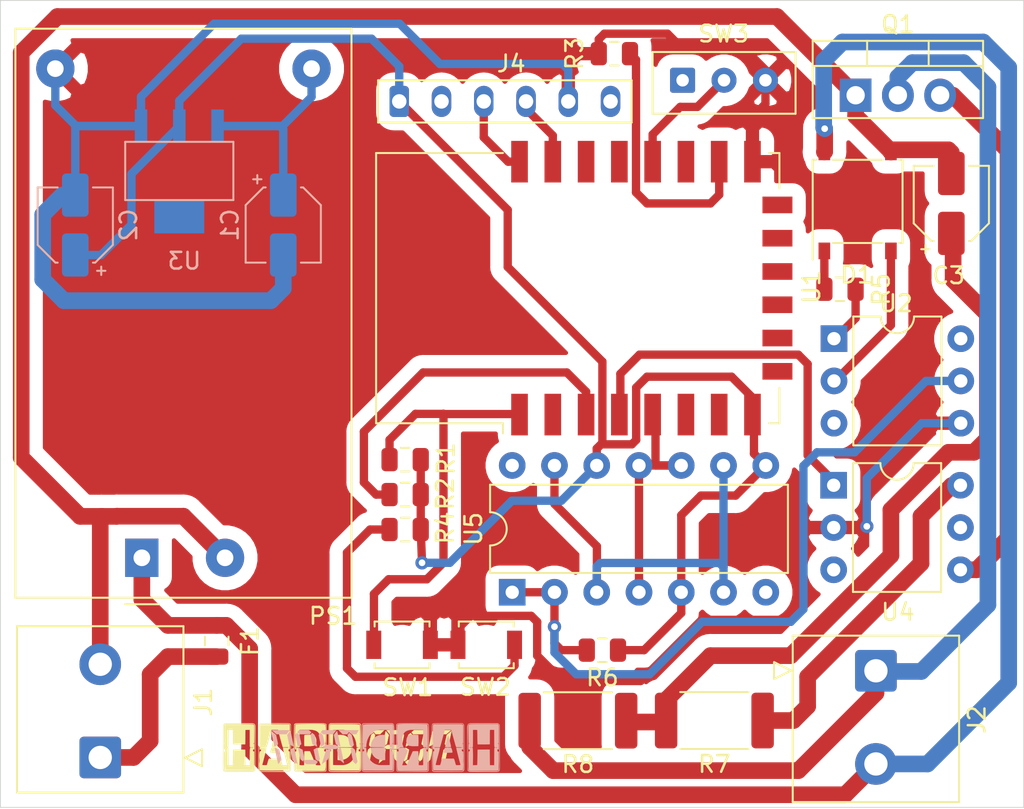
<source format=kicad_pcb>
(kicad_pcb (version 20171130) (host pcbnew "(5.1.5)-3")
  (layers (0 F.Cu signal) (31 B.Cu signal) (34 B.Paste user) (35 F.Paste user) (36 B.SilkS user) (37 F.SilkS user) (38 B.Mask user) (39 F.Mask user) (44 Edge.Cuts user))
  (net 0 "")
  (net 1 GND)
  (net 2 "Net-(C1-Pad1)")
  (net 3 +3V3)
  (net 4 Neutro)
  (net 5 "Net-(C3-Pad1)")
  (net 6 Fusivel)
  (net 7 "Net-(D1-Pad2)")
  (net 8 "Net-(D1-Pad1)")
  (net 9 Fase)
  (net 10 "Net-(J4-Pad2)")
  (net 11 Tx)
  (net 12 Rx)
  (net 13 "Net-(J4-Pad6)")
  (net 14 "Net-(Q1-Pad3)")
  (net 15 Rst)
  (net 16 EN)
  (net 17 Gpio15)
  (net 18 Gpio16)
  (net 19 "Net-(R5-Pad2)")
  (net 20 ZeroCrossing)
  (net 21 "Net-(R7-Pad1)")
  (net 22 "Net-(SW3-Pad1)")
  (net 23 Gpio0)
  (net 24 "Net-(U1-Pad20)")
  (net 25 "Net-(U1-Pad19)")
  (net 26 "Net-(U1-Pad17)")
  (net 27 "Net-(U1-Pad14)")
  (net 28 "Net-(U1-Pad13)")
  (net 29 "Net-(U1-Pad12)")
  (net 30 "Net-(U1-Pad11)")
  (net 31 "Net-(U1-Pad10)")
  (net 32 "Net-(U1-Pad9)")
  (net 33 "Net-(U1-Pad7)")
  (net 34 Gpio12)
  (net 35 InputZeroCrossing)
  (net 36 Triac_control)
  (net 37 "Net-(U1-Pad2)")
  (net 38 "Net-(U2-Pad6)")
  (net 39 "Net-(U2-Pad3)")
  (net 40 Vdd)
  (net 41 "Net-(U5-Pad13)")
  (net 42 Vss)
  (net 43 "Net-(U4-Pad3)")
  (net 44 "Net-(U4-Pad5)")
  (net 45 "Net-(J2-Pad1)")
  (module Logo:hardtron (layer B.Cu) (at 39.07 61.39 180)
    (fp_text reference G*** hide)
    (fp_text value LOGO hide)
  )
  (module Logo:hardtron (layer F.Cu) (at 36.32 61.39)
    (fp_text reference G*** hide)
    (fp_text value LOGO hide)
  )
  (module Package_DIP:DIP-6_W7.62mm (layer F.Cu) (at 66.08 45.64)
    (fp_text reference U4 (at 3.86 7.62) (layer F.SilkS))
    (fp_text value MOC3020M)
    (pad 6 thru_hole oval (at 7.62 0) (size 1.6 1.6) (drill 0.8) (layers *.Cu *.Mask) (net 21 "Net-(R7-Pad1)"))
    (pad 3 thru_hole oval (at 0 5.08) (size 1.6 1.6) (drill 0.8) (layers *.Cu *.Mask) (net 43 "Net-(U4-Pad3)"))
    (pad 5 thru_hole oval (at 7.62 2.54) (size 1.6 1.6) (drill 0.8) (layers *.Cu *.Mask) (net 44 "Net-(U4-Pad5)"))
    (pad 2 thru_hole oval (at 0 2.54) (size 1.6 1.6) (drill 0.8) (layers *.Cu *.Mask) (net 1 GND))
    (pad 4 thru_hole oval (at 7.62 5.08) (size 1.6 1.6) (drill 0.8) (layers *.Cu *.Mask) (net 14 "Net-(Q1-Pad3)"))
    (pad 1 thru_hole rect (at 0 0) (size 1.6 1.6) (drill 0.8) (layers *.Cu *.Mask) (net 36 Triac_control))
  )
  (module Connector_TE-Connectivity:Tblock10x10mm (layer F.Cu) (at 73.62 54.29 270)
    (fp_text reference J2 (at 5.4356 -1.0668 90) (layer F.SilkS))
    (fp_text value 300V/10A)
    (pad 1 thru_hole roundrect (at 2.5 5 270) (size 2.5 2.5) (drill 1.4) (layers *.Cu *.Mask) (roundrect_rratio 0.104) (net 45 "Net-(J2-Pad1)"))
    (pad 2 thru_hole circle (at 8.1 5 270) (size 2.5 2.5) (drill 1.4) (layers *.Cu *.Mask) (net 6 Fusivel))
  )
  (module Resistor_SMD:R_2512_6332Metric (layer F.Cu) (at 50.71 59.79 180)
    (fp_text reference R8 (at 0 -2.62) (layer F.SilkS))
    (fp_text value 2.7k)
    (pad 2 smd roundrect (at 2.9 0 180) (size 1.35 3.35) (layers F.Cu F.Paste F.Mask) (roundrect_rratio 0.185185) (net 45 "Net-(J2-Pad1)"))
    (pad 1 smd roundrect (at -2.9 0 180) (size 1.35 3.35) (layers F.Cu F.Paste F.Mask) (roundrect_rratio 0.185185) (net 5 "Net-(C3-Pad1)"))
  )
  (module Resistor_SMD:R_2512_6332Metric (layer F.Cu) (at 58.91 59.78 180)
    (fp_text reference R7 (at 0 -2.62) (layer F.SilkS))
    (fp_text value 200)
    (pad 2 smd roundrect (at 2.9 0 180) (size 1.35 3.35) (layers F.Cu F.Paste F.Mask) (roundrect_rratio 0.185185) (net 5 "Net-(C3-Pad1)"))
    (pad 1 smd roundrect (at -2.9 0 180) (size 1.35 3.35) (layers F.Cu F.Paste F.Mask) (roundrect_rratio 0.185185) (net 21 "Net-(R7-Pad1)"))
  )
  (module Package_DIP:DIP-14_W7.62mm (layer F.Cu) (at 46.76 52.07 90)
    (fp_text reference U5 (at 3.81 -2.33 90) (layer F.SilkS))
    (fp_text value 4093)
    (pad 14 thru_hole oval (at 7.62 0 90) (size 1.6 1.6) (drill 0.8) (layers *.Cu *.Mask) (net 40 Vdd))
    (pad 7 thru_hole oval (at 0 15.24 90) (size 1.6 1.6) (drill 0.8) (layers *.Cu *.Mask) (net 42 Vss))
    (pad 13 thru_hole oval (at 7.62 2.54 90) (size 1.6 1.6) (drill 0.8) (layers *.Cu *.Mask) (net 41 "Net-(U5-Pad13)"))
    (pad 6 thru_hole oval (at 0 12.7 90) (size 1.6 1.6) (drill 0.8) (layers *.Cu *.Mask) (net 41 "Net-(U5-Pad13)"))
    (pad 12 thru_hole oval (at 7.62 5.08 90) (size 1.6 1.6) (drill 0.8) (layers *.Cu *.Mask) (net 3 +3V3))
    (pad 5 thru_hole oval (at 0 10.16 90) (size 1.6 1.6) (drill 0.8) (layers *.Cu *.Mask) (net 3 +3V3))
    (pad 11 thru_hole oval (at 7.62 7.62 90) (size 1.6 1.6) (drill 0.8) (layers *.Cu *.Mask) (net 35 InputZeroCrossing))
    (pad 4 thru_hole oval (at 0 7.62 90) (size 1.6 1.6) (drill 0.8) (layers *.Cu *.Mask) (net 35 InputZeroCrossing))
    (pad 10 thru_hole oval (at 7.62 10.16 90) (size 1.6 1.6) (drill 0.8) (layers *.Cu *.Mask) (net 35 InputZeroCrossing))
    (pad 3 thru_hole oval (at 0 5.08 90) (size 1.6 1.6) (drill 0.8) (layers *.Cu *.Mask) (net 41 "Net-(U5-Pad13)"))
    (pad 9 thru_hole oval (at 7.62 12.7 90) (size 1.6 1.6) (drill 0.8) (layers *.Cu *.Mask) (net 41 "Net-(U5-Pad13)"))
    (pad 2 thru_hole oval (at 0 2.54 90) (size 1.6 1.6) (drill 0.8) (layers *.Cu *.Mask) (net 20 ZeroCrossing))
    (pad 8 thru_hole oval (at 7.62 15.24 90) (size 1.6 1.6) (drill 0.8) (layers *.Cu *.Mask) (net 3 +3V3))
    (pad 1 thru_hole rect (at 0 0 90) (size 1.6 1.6) (drill 0.8) (layers *.Cu *.Mask) (net 20 ZeroCrossing))
  )
  (module Package_DIP:R-PDSO-G4 (layer B.Cu) (at 23.5 28.5)
    (fp_text reference U3 (at 3.556 3.6576) (layer B.SilkS) (effects (justify mirror)))
    (fp_text value LM1117-3.3)
    (pad 4 smd rect (at 3.25 1) (size 3 2) (layers B.Cu B.Paste B.Mask))
    (pad 3 smd rect (at 5.55 -4.45) (size 0.75 2) (layers B.Cu B.Paste B.Mask) (net 2 "Net-(C1-Pad1)"))
    (pad 2 smd rect (at 3.25 -4.45) (size 0.75 2) (layers B.Cu B.Paste B.Mask) (net 3 +3V3))
    (pad 1 smd rect (at 0.95 -4.45) (size 0.75 2) (layers B.Cu B.Paste B.Mask) (net 1 GND))
  )
  (module Package_DIP:DIP-6_W7.62mm (layer F.Cu) (at 66.1 36.83)
    (fp_text reference U2 (at 3.73 -2.12) (layer F.SilkS))
    (fp_text value 4N25)
    (pad 6 thru_hole oval (at 7.62 0) (size 1.6 1.6) (drill 0.8) (layers *.Cu *.Mask) (net 38 "Net-(U2-Pad6)"))
    (pad 3 thru_hole oval (at 0 5.08) (size 1.6 1.6) (drill 0.8) (layers *.Cu *.Mask) (net 39 "Net-(U2-Pad3)"))
    (pad 5 thru_hole oval (at 7.62 2.54) (size 1.6 1.6) (drill 0.8) (layers *.Cu *.Mask) (net 20 ZeroCrossing))
    (pad 2 thru_hole oval (at 0 2.54) (size 1.6 1.6) (drill 0.8) (layers *.Cu *.Mask) (net 7 "Net-(D1-Pad2)"))
    (pad 4 thru_hole oval (at 7.62 5.08) (size 1.6 1.6) (drill 0.8) (layers *.Cu *.Mask) (net 1 GND))
    (pad 1 thru_hole rect (at 0 0) (size 1.6 1.6) (drill 0.8) (layers *.Cu *.Mask) (net 19 "Net-(R5-Pad2)"))
  )
  (module RF_Module:ESP-12E (layer F.Cu) (at 50.7 33.79182 90)
    (fp_text reference U1 (at 0.07182 14.05 90) (layer F.SilkS))
    (fp_text value ESP-12E)
    (pad 22 smd rect (at 7.6 -3.5 90) (size 2.5 1) (layers F.Cu F.Paste F.Mask) (net 11 Tx))
    (pad 21 smd rect (at 7.6 -1.5 90) (size 2.5 1) (layers F.Cu F.Paste F.Mask) (net 12 Rx))
    (pad 20 smd rect (at 7.6 0.5 90) (size 2.5 1) (layers F.Cu F.Paste F.Mask) (net 24 "Net-(U1-Pad20)"))
    (pad 19 smd rect (at 7.6 2.5 90) (size 2.5 1) (layers F.Cu F.Paste F.Mask) (net 25 "Net-(U1-Pad19)"))
    (pad 18 smd rect (at 7.6 4.5 90) (size 2.5 1) (layers F.Cu F.Paste F.Mask) (net 23 Gpio0))
    (pad 17 smd rect (at 7.6 6.5 90) (size 2.5 1) (layers F.Cu F.Paste F.Mask) (net 26 "Net-(U1-Pad17)"))
    (pad 16 smd rect (at 7.6 8.5 90) (size 2.5 1) (layers F.Cu F.Paste F.Mask) (net 17 Gpio15))
    (pad 15 smd rect (at 7.6 10.5 90) (size 2.5 1) (layers F.Cu F.Paste F.Mask) (net 1 GND))
    (pad 14 smd rect (at 5 12 90) (size 1 1.8) (layers F.Cu F.Paste F.Mask) (net 27 "Net-(U1-Pad14)"))
    (pad 13 smd rect (at 3 12 90) (size 1 1.8) (layers F.Cu F.Paste F.Mask) (net 28 "Net-(U1-Pad13)"))
    (pad 12 smd rect (at 1 12 90) (size 1 1.8) (layers F.Cu F.Paste F.Mask) (net 29 "Net-(U1-Pad12)"))
    (pad 11 smd rect (at -1 12 90) (size 1 1.8) (layers F.Cu F.Paste F.Mask) (net 30 "Net-(U1-Pad11)"))
    (pad 10 smd rect (at -3 12 90) (size 1 1.8) (layers F.Cu F.Paste F.Mask) (net 31 "Net-(U1-Pad10)"))
    (pad 9 smd rect (at -5 12 90) (size 1 1.8) (layers F.Cu F.Paste F.Mask) (net 32 "Net-(U1-Pad9)"))
    (pad 8 smd rect (at -7.6 10.5 90) (size 2.5 1) (layers F.Cu F.Paste F.Mask) (net 3 +3V3))
    (pad 7 smd rect (at -7.6 8.5 90) (size 2.5 1) (layers F.Cu F.Paste F.Mask) (net 33 "Net-(U1-Pad7)"))
    (pad 6 smd rect (at -7.6 6.5 90) (size 2.5 1) (layers F.Cu F.Paste F.Mask) (net 34 Gpio12))
    (pad 5 smd rect (at -7.6 4.5 90) (size 2.5 1) (layers F.Cu F.Paste F.Mask) (net 35 InputZeroCrossing))
    (pad 4 smd rect (at -7.6 2.5 90) (size 2.5 1) (layers F.Cu F.Paste F.Mask) (net 36 Triac_control))
    (pad 3 smd rect (at -7.6 0.5 90) (size 2.5 1) (layers F.Cu F.Paste F.Mask) (net 16 EN))
    (pad 2 smd rect (at -7.6 -1.5 90) (size 2.5 1) (layers F.Cu F.Paste F.Mask) (net 37 "Net-(U1-Pad2)"))
    (pad 1 smd rect (at -7.6 -3.5 90) (size 2.5 1) (layers F.Cu F.Paste F.Mask) (net 15 Rst))
  )
  (module Connector_TE-Connectivity:TE_826576-3_1x03_P1mm_Vertical (layer F.Cu) (at 55.2 19.6)
    (fp_text reference SW3 (at 4.2672 -1.094) (layer F.SilkS))
    (fp_text value SS12D00)
    (pad 1 thru_hole roundrect (at 1.8 1.7) (size 1.5 1.5) (drill 0.75) (layers *.Cu *.Mask) (roundrect_rratio 0.104) (net 22 "Net-(SW3-Pad1)"))
    (pad 2 thru_hole circle (at 4.29 1.7) (size 1.5 1.5) (drill 0.75) (layers *.Cu *.Mask) (net 23 Gpio0))
    (pad 3 thru_hole circle (at 6.78 1.7) (size 1.5 1.5) (drill 0.75) (layers *.Cu *.Mask) (net 1 GND))
  )
  (module Button_Switch_SMD:SW_SPST_B3U-1000P-B (layer F.Cu) (at 45.2 55.23 180)
    (fp_text reference SW2 (at 0.05 -2.54) (layer F.SilkS))
    (fp_text value B3U-1000P-B)
    (pad "" np_thru_hole circle (at 0 0 180) (size 0.8 0.8) (drill 0.8) (layers *.Cu *.Mask))
    (pad 2 smd rect (at 1.7 0 180) (size 0.9 1.7) (layers F.Cu F.Paste F.Mask) (net 1 GND))
    (pad 1 smd rect (at -1.7 0 180) (size 0.9 1.7) (layers F.Cu F.Paste F.Mask) (net 18 Gpio16))
  )
  (module Button_Switch_SMD:SW_SPST_B3U-1000P-B (layer F.Cu) (at 40.14 55.23)
    (fp_text reference SW1 (at 0.34 2.56) (layer F.SilkS))
    (fp_text value B3U-1000P-B)
    (pad "" np_thru_hole circle (at 0 0) (size 0.8 0.8) (drill 0.8) (layers *.Cu *.Mask))
    (pad 2 smd rect (at 1.7 0) (size 0.9 1.7) (layers F.Cu F.Paste F.Mask) (net 1 GND))
    (pad 1 smd rect (at -1.7 0) (size 0.9 1.7) (layers F.Cu F.Paste F.Mask) (net 15 Rst))
  )
  (module Resistor_SMD:R_0805_2012Metric (layer F.Cu) (at 52.18 55.55 180)
    (fp_text reference R6 (at 0 -1.65) (layer F.SilkS))
    (fp_text value 10k)
    (pad 2 smd roundrect (at 0.9375 0 180) (size 0.975 1.4) (layers F.Cu F.Paste F.Mask) (net 20 ZeroCrossing))
    (pad 1 smd roundrect (at -0.9375 0 180) (size 0.975 1.4) (layers F.Cu F.Paste F.Mask) (net 3 +3V3))
  )
  (module Resistor_SMD:R_0805_2012Metric (layer F.Cu) (at 66.46 33.86)
    (fp_text reference R5 (at 2.47 0 90) (layer F.SilkS))
    (fp_text value 1k)
    (pad 2 smd roundrect (at 0.9375 0) (size 0.975 1.4) (layers F.Cu F.Paste F.Mask) (net 19 "Net-(R5-Pad2)"))
    (pad 1 smd roundrect (at -0.9375 0) (size 0.975 1.4) (layers F.Cu F.Paste F.Mask) (net 8 "Net-(D1-Pad1)"))
  )
  (module Resistor_SMD:R_0805_2012Metric (layer F.Cu) (at 40.325 48.3)
    (fp_text reference R4 (at 2.4 -0.1 90) (layer F.SilkS))
    (fp_text value 10k)
    (pad 2 smd roundrect (at 0.9375 0) (size 0.975 1.4) (layers F.Cu F.Paste F.Mask) (net 3 +3V3))
    (pad 1 smd roundrect (at -0.9375 0) (size 0.975 1.4) (layers F.Cu F.Paste F.Mask) (net 18 Gpio16))
  )
  (module Resistor_SMD:R_0805_2012Metric (layer F.Cu) (at 52.9 19.7)
    (fp_text reference R3 (at -2.4 0 90) (layer F.SilkS))
    (fp_text value 10k)
    (pad 2 smd roundrect (at 0.9375 0) (size 0.975 1.4) (layers F.Cu F.Paste F.Mask) (net 17 Gpio15))
    (pad 1 smd roundrect (at -0.9375 0) (size 0.975 1.4) (layers F.Cu F.Paste F.Mask) (net 1 GND))
  )
  (module Resistor_SMD:R_0805_2012Metric (layer F.Cu) (at 40.325 46.2)
    (fp_text reference R2 (at 2.4 -0.05 90) (layer F.SilkS))
    (fp_text value 10k)
    (pad 2 smd roundrect (at 0.9375 0) (size 0.975 1.4) (layers F.Cu F.Paste F.Mask) (net 3 +3V3))
    (pad 1 smd roundrect (at -0.9375 0) (size 0.975 1.4) (layers F.Cu F.Paste F.Mask) (net 16 EN))
  )
  (module Resistor_SMD:R_0805_2012Metric (layer F.Cu) (at 40.325 44.1)
    (fp_text reference R1 (at 2.4544 -0.06182 90) (layer F.SilkS))
    (fp_text value 10k)
    (pad 2 smd roundrect (at 0.9375 0) (size 0.975 1.4) (layers F.Cu F.Paste F.Mask) (net 3 +3V3))
    (pad 1 smd roundrect (at -0.9375 0) (size 0.975 1.4) (layers F.Cu F.Paste F.Mask) (net 15 Rst))
  )
  (module Package_TO_SOT_THT:TO-220-3_Vertical (layer F.Cu) (at 67.4 22.2)
    (fp_text reference Q1 (at 2.54 -4.27) (layer F.SilkS))
    (fp_text value BT136-600)
    (pad 3 thru_hole oval (at 5.08 0) (size 1.905 2) (drill 1.1) (layers *.Cu *.Mask) (net 14 "Net-(Q1-Pad3)"))
    (pad 2 thru_hole oval (at 2.54 0) (size 1.905 2) (drill 1.1) (layers *.Cu *.Mask) (net 45 "Net-(J2-Pad1)"))
    (pad 1 thru_hole rect (at 0 0) (size 1.905 2) (drill 1.1) (layers *.Cu *.Mask) (net 4 Neutro))
  )
  (module Converter_ACDC:Converter_ACDC_HiLink_HLK-PMxx (layer F.Cu) (at 24.5 50 90)
    (fp_text reference PS1 (at -3.5 11.5) (layer F.SilkS))
    (fp_text value HLK-PM01)
    (pad 4 thru_hole circle (at 29.4 10.2 90) (size 2.3 2.3) (drill 1) (layers *.Cu *.Mask) (net 2 "Net-(C1-Pad1)"))
    (pad 2 thru_hole circle (at 0 5 90) (size 2.3 2.3) (drill 1) (layers *.Cu *.Mask) (net 4 Neutro))
    (pad 1 thru_hole rect (at 0 0 90) (size 2.3 2) (drill 1) (layers *.Cu *.Mask) (net 6 Fusivel))
    (pad 3 thru_hole circle (at 29.4 -5.2 90) (size 2.3 2.3) (drill 1) (layers *.Cu *.Mask) (net 1 GND))
  )
  (module Connector_Wuerth:Wuerth_WR-WTB_64800611622_1x06_P2.50mm_Vertical (layer F.Cu) (at 38.7 21.3)
    (fp_text reference J4 (at 8 -1 180) (layer F.SilkS))
    (fp_text value Cp2102)
    (pad 1 thru_hole roundrect (at 1.27 1.27) (size 1.17 1.87) (drill 0.87) (layers *.Cu *.Mask) (roundrect_rratio 0.214) (net 3 +3V3))
    (pad 2 thru_hole oval (at 3.81 1.27) (size 1.17 1.87) (drill 0.87) (layers *.Cu *.Mask) (net 10 "Net-(J4-Pad2)"))
    (pad 3 thru_hole oval (at 6.35 1.27) (size 1.17 1.87) (drill 0.87) (layers *.Cu *.Mask) (net 11 Tx))
    (pad 4 thru_hole oval (at 8.89 1.27) (size 1.17 1.87) (drill 0.87) (layers *.Cu *.Mask) (net 12 Rx))
    (pad 5 thru_hole oval (at 11.43 1.27) (size 1.17 1.87) (drill 0.87) (layers *.Cu *.Mask) (net 1 GND))
    (pad 6 thru_hole oval (at 13.97 1.27) (size 1.17 1.87) (drill 0.87) (layers *.Cu *.Mask) (net 13 "Net-(J4-Pad6)"))
  )
  (module Connector_TE-Connectivity:Tblock10x10mm (layer F.Cu) (at 17 64.5 90)
    (fp_text reference J1 (at 5.826 11.194 90) (layer F.SilkS))
    (fp_text value 300V/10A)
    (pad 1 thru_hole roundrect (at 2.5 5 90) (size 2.5 2.5) (drill 1.4) (layers *.Cu *.Mask) (roundrect_rratio 0.104) (net 9 Fase))
    (pad 2 thru_hole circle (at 8.1 5 90) (size 2.5 2.5) (drill 1.4) (layers *.Cu *.Mask) (net 4 Neutro))
  )
  (module Fuse:Fuse_0805_2012Metric (layer F.Cu) (at 29 55 90)
    (fp_text reference F1 (at 0 2 90) (layer F.SilkS))
    (fp_text value 1A)
    (pad 2 smd roundrect (at 0.9375 0 90) (size 0.975 1.4) (layers F.Cu F.Paste F.Mask) (net 6 Fusivel))
    (pad 1 smd roundrect (at -0.9375 0 90) (size 0.975 1.4) (layers F.Cu F.Paste F.Mask) (net 9 Fase))
  )
  (module Diode_SMD:Diode_Bridge_Vishay_MBLS (layer F.Cu) (at 67.52 28.58 90)
    (fp_text reference D1 (at -4.41 -0.06 180) (layer F.SilkS))
    (fp_text value MBL106S)
    (pad 4 smd rect (at 2.975 -2 90) (size 1 0.7) (layers F.Cu F.Paste F.Mask) (net 6 Fusivel))
    (pad 3 smd rect (at 2.975 2 90) (size 1 0.7) (layers F.Cu F.Paste F.Mask) (net 4 Neutro))
    (pad 2 smd rect (at -2.975 2 90) (size 1 0.7) (layers F.Cu F.Paste F.Mask) (net 7 "Net-(D1-Pad2)"))
    (pad 1 smd rect (at -2.975 -2 90) (size 1 0.7) (layers F.Cu F.Paste F.Mask) (net 8 "Net-(D1-Pad1)"))
  )
  (module Capacitor_SMD:CP_Elec_4x5.4 (layer F.Cu) (at 73.152 28.702 90)
    (fp_text reference C3 (at -4.33 -0.16 180) (layer F.SilkS))
    (fp_text value 10uF)
    (pad 2 smd roundrect (at 1.8 0 90) (size 2.6 1.6) (layers F.Cu F.Paste F.Mask) (roundrect_rratio 0.15625) (net 4 Neutro))
    (pad 1 smd roundrect (at -1.8 0 90) (size 2.6 1.6) (layers F.Cu F.Paste F.Mask) (roundrect_rratio 0.15625) (net 5 "Net-(C3-Pad1)"))
  )
  (module Capacitor_SMD:CP_Elec_4x5.4 (layer B.Cu) (at 20.5 30 90)
    (fp_text reference C2 (at 0 3.2 270) (layer B.SilkS) (effects (justify mirror)))
    (fp_text value 10uF)
    (pad 2 smd roundrect (at 1.8 0 90) (size 2.6 1.6) (layers B.Cu B.Paste B.Mask) (roundrect_rratio 0.15625) (net 1 GND))
    (pad 1 smd roundrect (at -1.8 0 90) (size 2.6 1.6) (layers B.Cu B.Paste B.Mask) (roundrect_rratio 0.15625) (net 3 +3V3))
  )
  (module Capacitor_SMD:CP_Elec_4x5.4 (layer B.Cu) (at 33 30 270)
    (fp_text reference C1 (at 0 3.2 90) (layer B.SilkS) (effects (justify mirror)))
    (fp_text value 10uF)
    (pad 2 smd roundrect (at 1.8 0 270) (size 2.6 1.6) (layers B.Cu B.Paste B.Mask) (roundrect_rratio 0.15625) (net 1 GND))
    (pad 1 smd roundrect (at -1.8 0 270) (size 2.6 1.6) (layers B.Cu B.Paste B.Mask) (roundrect_rratio 0.15625) (net 2 "Net-(C1-Pad1)"))
  )
  (gr_line (start 77.5 16.5) (end 16 16.5) (layer Edge.Cuts) (width 0.05))
  (gr_line (start 77.5 65) (end 77.5 16.5) (layer Edge.Cuts) (width 0.05))
  (gr_line (start 16 65) (end 77.5 65) (layer Edge.Cuts) (width 0.05))
  (gr_line (start 16 16.5) (end 16 65) (layer Edge.Cuts) (width 0.05))
  (segment (start 20.5 24.05) (end 20.5 28.2) (width 0.5) (layer B.Cu) (net 1))
  (segment (start 24.45 24.05) (end 20.5 24.05) (width 0.5) (layer B.Cu) (net 1))
  (segment (start 19.3 22.8) (end 19.3 20.6) (width 0.5) (layer B.Cu) (net 1))
  (segment (start 24.45 24.05) (end 20.55 24.05) (width 0.5) (layer B.Cu) (net 1))
  (segment (start 20.55 24.05) (end 19.3 22.8) (width 0.5) (layer B.Cu) (net 1))
  (segment (start 61.98 22.72) (end 61.98 21.3) (width 0.5) (layer F.Cu) (net 1))
  (segment (start 61.2 26.19182) (end 61.2 23.5) (width 0.5) (layer F.Cu) (net 1))
  (segment (start 61.2 23.5) (end 61.98 22.72) (width 0.5) (layer F.Cu) (net 1))
  (segment (start 41.84 55.23) (end 43.5 55.23) (width 0.5) (layer F.Cu) (net 1))
  (via (at 68.072 48.11) (size 0.8) (drill 0.4) (layers F.Cu B.Cu) (net 1))
  (segment (start 71.374 41.91) (end 73.72 41.91) (width 0.5) (layer B.Cu) (net 1))
  (segment (start 68.072 48.11) (end 68.072 45.212) (width 0.5) (layer B.Cu) (net 1))
  (segment (start 68.072 45.212) (end 71.374 41.91) (width 0.5) (layer B.Cu) (net 1))
  (segment (start 61.2 26.19182) (end 63.02182 26.19182) (width 0.5) (layer F.Cu) (net 1))
  (segment (start 71.12 41.402) (end 71.628 41.91) (width 0.5) (layer F.Cu) (net 1))
  (segment (start 65.278 28.448) (end 69.088 28.448) (width 0.5) (layer F.Cu) (net 1))
  (segment (start 63.02182 26.19182) (end 65.278 28.448) (width 0.5) (layer F.Cu) (net 1))
  (segment (start 69.088 28.448) (end 71.12 30.48) (width 0.5) (layer F.Cu) (net 1))
  (segment (start 71.628 41.91) (end 73.72 41.91) (width 0.5) (layer F.Cu) (net 1))
  (segment (start 71.12 30.48) (end 71.12 41.402) (width 0.5) (layer F.Cu) (net 1))
  (segment (start 44.262 53.49) (end 43.5 54.252) (width 0.5) (layer F.Cu) (net 1))
  (segment (start 47.902 53.49) (end 44.262 53.49) (width 0.5) (layer F.Cu) (net 1))
  (segment (start 43.5 54.252) (end 43.5 55.23) (width 0.5) (layer F.Cu) (net 1))
  (segment (start 63.364 53.73) (end 58.15 53.73) (width 0.5) (layer F.Cu) (net 1))
  (segment (start 64.62 48.2) (end 64.262 48.558) (width 0.5) (layer F.Cu) (net 1))
  (segment (start 64.262 48.558) (end 64.262 52.832) (width 0.5) (layer F.Cu) (net 1))
  (segment (start 68.072 48.11) (end 67.982 48.2) (width 0.5) (layer F.Cu) (net 1))
  (segment (start 67.982 48.2) (end 64.62 48.2) (width 0.5) (layer F.Cu) (net 1))
  (segment (start 58.15 53.73) (end 54.476 57.404) (width 0.5) (layer F.Cu) (net 1))
  (segment (start 54.476 57.404) (end 49.784 57.404) (width 0.5) (layer F.Cu) (net 1))
  (segment (start 64.262 52.832) (end 63.364 53.73) (width 0.5) (layer F.Cu) (net 1))
  (segment (start 49.784 57.404) (end 48.26 55.88) (width 0.5) (layer F.Cu) (net 1))
  (segment (start 48.26 55.88) (end 48.26 53.848) (width 0.5) (layer F.Cu) (net 1))
  (segment (start 48.26 53.848) (end 47.902 53.49) (width 0.5) (layer F.Cu) (net 1))
  (segment (start 61.98 20.68) (end 60.35 19.05) (width 0.5) (layer F.Cu) (net 1))
  (segment (start 52.3 18.5) (end 51.9625 18.8375) (width 0.5) (layer F.Cu) (net 1))
  (segment (start 61.98 21.3) (end 61.98 20.68) (width 0.5) (layer F.Cu) (net 1))
  (segment (start 60.35 19.05) (end 56.642 19.05) (width 0.5) (layer F.Cu) (net 1))
  (segment (start 51.9625 18.8375) (end 51.9625 19.7) (width 0.5) (layer F.Cu) (net 1))
  (segment (start 56.642 19.05) (end 56.092 18.5) (width 0.5) (layer F.Cu) (net 1))
  (segment (start 56.092 18.5) (end 52.3 18.5) (width 0.5) (layer F.Cu) (net 1))
  (segment (start 50.13 20.482) (end 50.13 22.57) (width 0.5) (layer F.Cu) (net 1))
  (segment (start 51.9625 19.7) (end 50.912 19.7) (width 0.5) (layer F.Cu) (net 1))
  (segment (start 50.912 19.7) (end 50.13 20.482) (width 0.5) (layer F.Cu) (net 1))
  (segment (start 19.72 28.2) (end 20.5 28.2) (width 1) (layer B.Cu) (net 1))
  (segment (start 33 33.802) (end 32.258 34.544) (width 1) (layer B.Cu) (net 1))
  (segment (start 33 31.8) (end 33 33.802) (width 1) (layer B.Cu) (net 1))
  (segment (start 18.542 29.378) (end 19.72 28.2) (width 1) (layer B.Cu) (net 1))
  (segment (start 19.812 34.544) (end 18.542 33.274) (width 1) (layer B.Cu) (net 1))
  (segment (start 32.258 34.544) (end 19.812 34.544) (width 1) (layer B.Cu) (net 1))
  (segment (start 18.542 33.274) (end 18.542 29.378) (width 1) (layer B.Cu) (net 1))
  (segment (start 49.784 20.32) (end 50.13 20.666) (width 0.5) (layer B.Cu) (net 1))
  (segment (start 24.45 22.286) (end 28.836 17.9) (width 0.5) (layer B.Cu) (net 1))
  (segment (start 50.13 20.666) (end 50.13 22.57) (width 0.5) (layer B.Cu) (net 1))
  (segment (start 39.998 17.9) (end 42.418 20.32) (width 0.5) (layer B.Cu) (net 1))
  (segment (start 24.45 24.05) (end 24.45 22.286) (width 0.5) (layer B.Cu) (net 1))
  (segment (start 28.836 17.9) (end 39.998 17.9) (width 0.5) (layer B.Cu) (net 1))
  (segment (start 42.418 20.32) (end 49.784 20.32) (width 0.5) (layer B.Cu) (net 1))
  (segment (start 34.7 20.6) (end 34.7 22.3) (width 0.5) (layer B.Cu) (net 2))
  (segment (start 32.95 24.05) (end 29.05 24.05) (width 0.5) (layer B.Cu) (net 2))
  (segment (start 34.7 22.3) (end 32.95 24.05) (width 0.5) (layer B.Cu) (net 2))
  (segment (start 33 24.25) (end 33 28.2) (width 0.5) (layer B.Cu) (net 2))
  (segment (start 29.05 24.05) (end 32.8 24.05) (width 0.5) (layer B.Cu) (net 2))
  (segment (start 32.8 24.05) (end 33 24.25) (width 0.5) (layer B.Cu) (net 2))
  (segment (start 41.2625 48.3) (end 41.2625 46.2) (width 0.5) (layer F.Cu) (net 3))
  (segment (start 41.2625 46.2) (end 41.2625 44.1) (width 0.5) (layer F.Cu) (net 3))
  (segment (start 61.29 41.48182) (end 61.2 41.39182) (width 0.5) (layer F.Cu) (net 3))
  (segment (start 62 44.45) (end 61.29 43.74) (width 0.5) (layer F.Cu) (net 3))
  (segment (start 61.29 43.74) (end 61.29 41.48182) (width 0.5) (layer F.Cu) (net 3))
  (segment (start 51.84 44.45) (end 51.84 43.44) (width 0.5) (layer F.Cu) (net 3))
  (segment (start 41.34 50.3) (end 41.34 50.3) (width 0.5) (layer B.Cu) (net 3))
  (via (at 41.34 50.3) (size 0.8) (drill 0.4) (layers F.Cu B.Cu) (net 3))
  (segment (start 41.2625 48.3) (end 41.34 50.3) (width 0.5) (layer F.Cu) (net 3))
  (segment (start 43.01 50.3) (end 41.34 50.3) (width 0.5) (layer B.Cu) (net 3))
  (segment (start 46.74 46.57) (end 43.01 50.3) (width 0.5) (layer B.Cu) (net 3))
  (segment (start 51.84 44.45) (end 49.72 46.57) (width 0.5) (layer B.Cu) (net 3))
  (segment (start 49.72 46.57) (end 46.74 46.57) (width 0.5) (layer B.Cu) (net 3))
  (segment (start 60.19 46.26) (end 62 44.45) (width 0.5) (layer F.Cu) (net 3))
  (segment (start 58.1 46.26) (end 60.19 46.26) (width 0.5) (layer F.Cu) (net 3))
  (segment (start 56.92 52.07) (end 56.92 47.44) (width 0.5) (layer F.Cu) (net 3))
  (segment (start 56.92 47.44) (end 58.1 46.26) (width 0.5) (layer F.Cu) (net 3))
  (segment (start 52.18 43.1) (end 51.84 43.44) (width 0.5) (layer F.Cu) (net 3))
  (segment (start 52.18 38.21) (end 52.18 43.1) (width 0.5) (layer F.Cu) (net 3))
  (segment (start 46.49 32.52) (end 52.18 38.21) (width 0.5) (layer F.Cu) (net 3))
  (segment (start 39.97 22.57) (end 46.49 29.09) (width 0.5) (layer F.Cu) (net 3))
  (segment (start 46.49 29.09) (end 46.49 32.52) (width 0.5) (layer F.Cu) (net 3))
  (segment (start 54.686 55.55) (end 53.1175 55.55) (width 0.5) (layer F.Cu) (net 3))
  (segment (start 56.92 52.07) (end 56.92 53.316) (width 0.5) (layer F.Cu) (net 3))
  (segment (start 56.92 53.316) (end 54.686 55.55) (width 0.5) (layer F.Cu) (net 3))
  (segment (start 54.864 39.116) (end 59.944 39.116) (width 0.5) (layer F.Cu) (net 3))
  (segment (start 51.84 43.44) (end 52.1 43.18) (width 0.5) (layer F.Cu) (net 3))
  (segment (start 61.2 40.372) (end 61.2 41.39182) (width 0.5) (layer F.Cu) (net 3))
  (segment (start 52.1 43.18) (end 53.95 43.18) (width 0.5) (layer F.Cu) (net 3))
  (segment (start 53.95 43.18) (end 54.21 42.92) (width 0.5) (layer F.Cu) (net 3))
  (segment (start 59.944 39.116) (end 61.2 40.372) (width 0.5) (layer F.Cu) (net 3))
  (segment (start 54.21 39.77) (end 54.864 39.116) (width 0.5) (layer F.Cu) (net 3))
  (segment (start 54.21 42.92) (end 54.21 39.77) (width 0.5) (layer F.Cu) (net 3))
  (segment (start 39.97 22.57) (end 39.97 20.464) (width 0.5) (layer B.Cu) (net 3))
  (segment (start 38.306 18.8) (end 38 18.8) (width 0.5) (layer B.Cu) (net 3))
  (segment (start 39.97 20.464) (end 38.306 18.8) (width 0.5) (layer B.Cu) (net 3))
  (segment (start 22.048 31.8) (end 20.5 31.8) (width 0.5) (layer B.Cu) (net 3))
  (segment (start 26.75 24.05) (end 23.876 26.924) (width 0.5) (layer B.Cu) (net 3))
  (segment (start 23.876 29.972) (end 22.048 31.8) (width 0.5) (layer B.Cu) (net 3))
  (segment (start 23.876 26.924) (end 23.876 29.972) (width 0.5) (layer B.Cu) (net 3))
  (segment (start 37.95 18.8) (end 30.476 18.8) (width 0.5) (layer B.Cu) (net 3))
  (segment (start 26.75 22.526) (end 26.75 24.05) (width 0.5) (layer B.Cu) (net 3))
  (segment (start 30.476 18.8) (end 26.75 22.526) (width 0.5) (layer B.Cu) (net 3))
  (segment (start 69.52 25.605) (end 69.52 25.57) (width 1) (layer F.Cu) (net 4))
  (segment (start 67.4 23.45) (end 67.4 22.2) (width 1) (layer F.Cu) (net 4))
  (segment (start 69.52 25.57) (end 67.4 23.45) (width 1) (layer F.Cu) (net 4))
  (segment (start 22.06 47.51) (end 22 47.57) (width 1) (layer F.Cu) (net 4))
  (segment (start 22 47.57) (end 22 56.4) (width 1) (layer F.Cu) (net 4))
  (segment (start 22.12 47.55) (end 22.08 47.51) (width 1) (layer F.Cu) (net 4))
  (segment (start 22.08 47.51) (end 22.06 47.51) (width 1) (layer F.Cu) (net 4))
  (segment (start 19.42 17.47) (end 62.67 17.47) (width 1) (layer F.Cu) (net 4))
  (segment (start 17.25 19.64) (end 19.42 17.47) (width 1) (layer F.Cu) (net 4))
  (segment (start 17.25 43.97) (end 17.25 19.64) (width 1) (layer F.Cu) (net 4))
  (segment (start 27 47.5) (end 23 47.5) (width 1) (layer F.Cu) (net 4))
  (segment (start 62.67 17.47) (end 67.4 22.2) (width 1) (layer F.Cu) (net 4))
  (segment (start 29.5 50) (end 27 47.5) (width 1) (layer F.Cu) (net 4))
  (segment (start 20.79 47.51) (end 17.25 43.97) (width 1) (layer F.Cu) (net 4))
  (segment (start 23 47.5) (end 22.99 47.51) (width 1) (layer F.Cu) (net 4))
  (segment (start 22.99 47.51) (end 20.79 47.51) (width 1) (layer F.Cu) (net 4))
  (segment (start 73.152 25.654) (end 73.152 26.902) (width 1) (layer F.Cu) (net 4))
  (segment (start 72.978 25.48) (end 73.152 25.654) (width 1) (layer F.Cu) (net 4))
  (segment (start 69.52 25.605) (end 69.645 25.48) (width 1) (layer F.Cu) (net 4))
  (segment (start 69.645 25.48) (end 72.978 25.48) (width 1) (layer F.Cu) (net 4))
  (segment (start 53.77 59.87) (end 55.9 59.87) (width 1) (layer F.Cu) (net 5))
  (segment (start 56.08 58.474) (end 56.08 59.5) (width 1) (layer F.Cu) (net 5))
  (segment (start 73.152 30.502) (end 73.26 30.61) (width 1) (layer F.Cu) (net 5))
  (segment (start 75.32 35.36) (end 75.32 42.85) (width 1) (layer F.Cu) (net 5))
  (segment (start 75.32 42.85) (end 74.51 43.66) (width 1) (layer F.Cu) (net 5))
  (segment (start 69.52 47.12) (end 69.52 49.86) (width 1) (layer F.Cu) (net 5))
  (segment (start 58.674 55.88) (end 56.08 58.474) (width 1) (layer F.Cu) (net 5))
  (segment (start 73.26 33.3) (end 75.32 35.36) (width 1) (layer F.Cu) (net 5))
  (segment (start 63.5 55.88) (end 58.674 55.88) (width 1) (layer F.Cu) (net 5))
  (segment (start 73.26 30.61) (end 73.26 33.3) (width 1) (layer F.Cu) (net 5))
  (segment (start 74.51 43.66) (end 72.98 43.66) (width 1) (layer F.Cu) (net 5))
  (segment (start 72.98 43.66) (end 69.52 47.12) (width 1) (layer F.Cu) (net 5))
  (segment (start 69.52 49.86) (end 63.5 55.88) (width 1) (layer F.Cu) (net 5))
  (segment (start 26.0625 54.0625) (end 29 54.0625) (width 1) (layer F.Cu) (net 6))
  (segment (start 24.5 50) (end 24.5 52.5) (width 1) (layer F.Cu) (net 6))
  (segment (start 24.5 52.5) (end 26.0625 54.0625) (width 1) (layer F.Cu) (net 6))
  (segment (start 65.54 25.585) (end 65.54 24.21) (width 1) (layer F.Cu) (net 6))
  (via (at 65.54 24.21) (size 0.8) (drill 0.4) (layers F.Cu B.Cu) (net 6))
  (segment (start 65.52 25.605) (end 65.54 25.585) (width 1) (layer F.Cu) (net 6))
  (segment (start 66.77 64.24) (end 68.62 62.39) (width 1) (layer F.Cu) (net 6))
  (segment (start 29.5825 54.0625) (end 30.98 55.46) (width 1) (layer F.Cu) (net 6))
  (segment (start 29 54.0625) (end 29.5825 54.0625) (width 1) (layer F.Cu) (net 6))
  (segment (start 30.98 55.46) (end 30.98 61.48) (width 1) (layer F.Cu) (net 6))
  (segment (start 30.98 61.48) (end 33.74 64.24) (width 1) (layer F.Cu) (net 6))
  (segment (start 33.74 64.24) (end 66.77 64.24) (width 1) (layer F.Cu) (net 6))
  (segment (start 71.722 62.39) (end 68.62 62.39) (width 1) (layer B.Cu) (net 6))
  (segment (start 76.6 20.53) (end 76.6 57.512) (width 1) (layer B.Cu) (net 6))
  (segment (start 65.48 24.15) (end 65.48 20.13) (width 1) (layer B.Cu) (net 6))
  (segment (start 65.48 20.13) (end 66.61 19) (width 1) (layer B.Cu) (net 6))
  (segment (start 76.6 57.512) (end 71.722 62.39) (width 1) (layer B.Cu) (net 6))
  (segment (start 66.61 19) (end 75.07 19) (width 1) (layer B.Cu) (net 6))
  (segment (start 65.54 24.21) (end 65.48 24.15) (width 1) (layer B.Cu) (net 6))
  (segment (start 75.07 19) (end 76.6 20.53) (width 1) (layer B.Cu) (net 6))
  (segment (start 69.52 36.02) (end 69.52 31.555) (width 0.5) (layer F.Cu) (net 7))
  (segment (start 66.1 39.37) (end 66.17 39.37) (width 0.5) (layer F.Cu) (net 7))
  (segment (start 66.17 39.37) (end 69.52 36.02) (width 0.5) (layer F.Cu) (net 7))
  (segment (start 65.52 31.555) (end 65.5225 33.86) (width 0.5) (layer F.Cu) (net 8))
  (segment (start 25 61) (end 24 62) (width 1) (layer F.Cu) (net 9))
  (segment (start 25 57) (end 25 61) (width 1) (layer F.Cu) (net 9))
  (segment (start 24 62) (end 22 62) (width 1) (layer F.Cu) (net 9))
  (segment (start 29 55.9375) (end 26.0625 55.9375) (width 1) (layer F.Cu) (net 9))
  (segment (start 26.0625 55.9375) (end 25 57) (width 1) (layer F.Cu) (net 9))
  (segment (start 45.05 24.73) (end 45.05 22.57) (width 0.5) (layer F.Cu) (net 11))
  (segment (start 47.2 26.19182) (end 46.51182 26.19182) (width 0.5) (layer F.Cu) (net 11))
  (segment (start 46.51182 26.19182) (end 45.05 24.73) (width 0.5) (layer F.Cu) (net 11))
  (segment (start 47.59 23.013953) (end 47.59 22.57) (width 0.5) (layer F.Cu) (net 12))
  (segment (start 49.2 26.19182) (end 49.2 24.623953) (width 0.5) (layer F.Cu) (net 12))
  (segment (start 49.2 24.623953) (end 47.59 23.013953) (width 0.5) (layer F.Cu) (net 12))
  (segment (start 73.24 22.2) (end 72.48 22.2) (width 1) (layer F.Cu) (net 14))
  (segment (start 76.56 25.52) (end 73.24 22.2) (width 1) (layer F.Cu) (net 14))
  (segment (start 76.56 48.83) (end 76.56 25.52) (width 1) (layer F.Cu) (net 14))
  (segment (start 73.7 50.72) (end 74.67 50.72) (width 1) (layer F.Cu) (net 14))
  (segment (start 74.67 50.72) (end 76.56 48.83) (width 1) (layer F.Cu) (net 14))
  (segment (start 42.64 41.36) (end 42.63 41.35) (width 0.5) (layer F.Cu) (net 15))
  (segment (start 47.2 41.39182) (end 47.16818 41.36) (width 0.5) (layer F.Cu) (net 15))
  (segment (start 47.16818 41.36) (end 42.64 41.36) (width 0.5) (layer F.Cu) (net 15))
  (segment (start 42.63 50.29) (end 42.63 41.35) (width 0.5) (layer F.Cu) (net 15))
  (segment (start 38.45 55.22) (end 38.45 52.17) (width 0.5) (layer F.Cu) (net 15))
  (segment (start 38.44 55.23) (end 38.45 55.22) (width 0.5) (layer F.Cu) (net 15))
  (segment (start 39.33 51.29) (end 41.63 51.29) (width 0.5) (layer F.Cu) (net 15))
  (segment (start 38.45 52.17) (end 39.33 51.29) (width 0.5) (layer F.Cu) (net 15))
  (segment (start 41.63 51.29) (end 42.63 50.29) (width 0.5) (layer F.Cu) (net 15))
  (segment (start 39.3875 42.9085) (end 39.3875 44.1) (width 0.5) (layer F.Cu) (net 15))
  (segment (start 42.63 41.35) (end 40.946 41.35) (width 0.5) (layer F.Cu) (net 15))
  (segment (start 40.946 41.35) (end 39.3875 42.9085) (width 0.5) (layer F.Cu) (net 15))
  (segment (start 50.044 38.862) (end 51.2 40.018) (width 0.5) (layer F.Cu) (net 16))
  (segment (start 39.3875 46.2) (end 38.58 46.2) (width 0.5) (layer F.Cu) (net 16))
  (segment (start 38.58 46.2) (end 37.846 45.466) (width 0.5) (layer F.Cu) (net 16))
  (segment (start 37.846 45.466) (end 37.846 42.418) (width 0.5) (layer F.Cu) (net 16))
  (segment (start 51.2 40.018) (end 51.2 41.39182) (width 0.5) (layer F.Cu) (net 16))
  (segment (start 37.846 42.418) (end 41.402 38.862) (width 0.5) (layer F.Cu) (net 16))
  (segment (start 41.402 38.862) (end 50.044 38.862) (width 0.5) (layer F.Cu) (net 16))
  (segment (start 59.2 28.176) (end 59.2 26.19182) (width 0.5) (layer F.Cu) (net 17))
  (segment (start 54.2 20.0625) (end 54.2 28.038) (width 0.5) (layer F.Cu) (net 17))
  (segment (start 53.8375 19.7) (end 54.2 20.0625) (width 0.5) (layer F.Cu) (net 17))
  (segment (start 54.2 28.038) (end 54.864 28.702) (width 0.5) (layer F.Cu) (net 17))
  (segment (start 58.674 28.702) (end 59.2 28.176) (width 0.5) (layer F.Cu) (net 17))
  (segment (start 54.864 28.702) (end 58.674 28.702) (width 0.5) (layer F.Cu) (net 17))
  (segment (start 38.21575 48.3) (end 39.3875 48.3) (width 0.5) (layer F.Cu) (net 18))
  (segment (start 36.83 49.68575) (end 38.21575 48.3) (width 0.5) (layer F.Cu) (net 18))
  (segment (start 46.9 55.23) (end 46.9 56.478) (width 0.5) (layer F.Cu) (net 18))
  (segment (start 37.338 57.15) (end 36.83 56.642) (width 0.5) (layer F.Cu) (net 18))
  (segment (start 46.9 56.478) (end 46.228 57.15) (width 0.5) (layer F.Cu) (net 18))
  (segment (start 46.228 57.15) (end 37.338 57.15) (width 0.5) (layer F.Cu) (net 18))
  (segment (start 36.83 56.642) (end 36.83 49.68575) (width 0.5) (layer F.Cu) (net 18))
  (segment (start 67.3975 33.86) (end 67.3975 35.6025) (width 0.5) (layer F.Cu) (net 19))
  (segment (start 66.17 36.83) (end 66.1 36.83) (width 0.5) (layer F.Cu) (net 19))
  (segment (start 67.3975 35.6025) (end 66.17 36.83) (width 0.5) (layer F.Cu) (net 19))
  (segment (start 46.76 52.07) (end 49.3 52.07) (width 0.5) (layer F.Cu) (net 20))
  (via (at 49.3 54.14) (size 0.8) (drill 0.4) (layers F.Cu B.Cu) (net 20))
  (segment (start 49.3 54.14) (end 49.3 52.07) (width 0.5) (layer F.Cu) (net 20))
  (segment (start 64.262 44.478) (end 65.08 43.66) (width 0.5) (layer B.Cu) (net 20))
  (segment (start 71.628 39.37) (end 73.72 39.37) (width 0.5) (layer B.Cu) (net 20))
  (segment (start 67.338 43.66) (end 71.628 39.37) (width 0.5) (layer B.Cu) (net 20))
  (segment (start 64.262 53.086) (end 64.262 44.478) (width 0.5) (layer B.Cu) (net 20))
  (segment (start 63.5 53.848) (end 64.262 53.086) (width 0.5) (layer B.Cu) (net 20))
  (segment (start 49.3 54.14) (end 49.3 55.69) (width 0.5) (layer B.Cu) (net 20))
  (segment (start 49.3 55.69) (end 50.61 57) (width 0.5) (layer B.Cu) (net 20))
  (segment (start 50.61 57) (end 55.014 57) (width 0.5) (layer B.Cu) (net 20))
  (segment (start 65.08 43.66) (end 67.338 43.66) (width 0.5) (layer B.Cu) (net 20))
  (segment (start 58.166 53.848) (end 63.5 53.848) (width 0.5) (layer B.Cu) (net 20))
  (segment (start 55.014 57) (end 58.166 53.848) (width 0.5) (layer B.Cu) (net 20))
  (segment (start 49.3 55.142) (end 49.3 54.14) (width 0.5) (layer F.Cu) (net 20))
  (segment (start 51.2425 55.55) (end 49.708 55.55) (width 0.5) (layer F.Cu) (net 20))
  (segment (start 49.708 55.55) (end 49.3 55.142) (width 0.5) (layer F.Cu) (net 20))
  (segment (start 63.664 59.78) (end 61.81 59.78) (width 1) (layer F.Cu) (net 21))
  (segment (start 64.516 58.928) (end 63.664 59.78) (width 1) (layer F.Cu) (net 21))
  (segment (start 73.17 45.66) (end 71.33 47.5) (width 1) (layer F.Cu) (net 21))
  (segment (start 71.33 47.5) (end 71.33 50.336) (width 1) (layer F.Cu) (net 21))
  (segment (start 73.615 45.66) (end 73.17 45.66) (width 1) (layer F.Cu) (net 21))
  (segment (start 71.33 50.336) (end 64.516 57.15) (width 1) (layer F.Cu) (net 21))
  (segment (start 64.516 57.15) (end 64.516 58.928) (width 1) (layer F.Cu) (net 21))
  (segment (start 55.2 24.556) (end 55.2 26.19182) (width 0.5) (layer F.Cu) (net 23))
  (segment (start 56.856 22.9) (end 55.2 24.556) (width 0.5) (layer F.Cu) (net 23))
  (segment (start 59.49 21.3) (end 57.89 22.9) (width 0.5) (layer F.Cu) (net 23))
  (segment (start 57.89 22.9) (end 56.856 22.9) (width 0.5) (layer F.Cu) (net 23))
  (segment (start 56.92 44.45) (end 54.38 44.45) (width 0.5) (layer F.Cu) (net 35))
  (segment (start 54.38 52.07) (end 54.38 44.45) (width 0.5) (layer F.Cu) (net 35))
  (segment (start 55.372 41.56382) (end 55.2 41.39182) (width 0.5) (layer F.Cu) (net 35))
  (segment (start 56.92 44.45) (end 55.372 44.45) (width 0.5) (layer F.Cu) (net 35))
  (segment (start 55.372 44.45) (end 55.372 41.56382) (width 0.5) (layer F.Cu) (net 35))
  (segment (start 53.26 38.942) (end 53.26 41.33182) (width 0.5) (layer F.Cu) (net 36))
  (segment (start 66.08 45.4) (end 64.516 43.836) (width 0.5) (layer F.Cu) (net 36))
  (segment (start 53.26 41.33182) (end 53.2 41.39182) (width 0.5) (layer F.Cu) (net 36))
  (segment (start 66.08 45.64) (end 66.08 45.4) (width 0.5) (layer F.Cu) (net 36))
  (segment (start 64.516 43.836) (end 64.516 38.354) (width 0.5) (layer F.Cu) (net 36))
  (segment (start 54.412 37.79) (end 53.26 38.942) (width 0.5) (layer F.Cu) (net 36))
  (segment (start 64.516 38.354) (end 63.952 37.79) (width 0.5) (layer F.Cu) (net 36))
  (segment (start 63.952 37.79) (end 54.412 37.79) (width 0.5) (layer F.Cu) (net 36))
  (segment (start 59.46 44.45) (end 59.46 50.56) (width 0.5) (layer B.Cu) (net 41))
  (segment (start 59.46 50.56) (end 59.46 52.07) (width 0.5) (layer B.Cu) (net 41))
  (segment (start 52.05 50.31) (end 59.21 50.31) (width 0.5) (layer B.Cu) (net 41))
  (segment (start 51.84 52.07) (end 51.84 50.52) (width 0.5) (layer B.Cu) (net 41))
  (segment (start 59.21 50.31) (end 59.46 50.56) (width 0.5) (layer B.Cu) (net 41))
  (segment (start 51.84 50.52) (end 52.05 50.31) (width 0.5) (layer B.Cu) (net 41))
  (segment (start 49.3 46.76) (end 49.3 44.45) (width 0.5) (layer F.Cu) (net 41))
  (segment (start 51.85 49.31) (end 49.3 46.76) (width 0.5) (layer F.Cu) (net 41))
  (segment (start 51.84 52.07) (end 51.85 52.06) (width 0.5) (layer F.Cu) (net 41))
  (segment (start 51.85 52.06) (end 51.85 49.31) (width 0.5) (layer F.Cu) (net 41))
  (segment (start 68.62 56.79) (end 68.34 56.79) (width 1) (layer F.Cu) (net 45))
  (segment (start 68.62 58.13) (end 68.62 56.79) (width 1) (layer F.Cu) (net 45))
  (segment (start 63.96 62.79) (end 68.62 58.13) (width 1) (layer F.Cu) (net 45))
  (segment (start 49.22 62.79) (end 63.96 62.79) (width 1) (layer F.Cu) (net 45))
  (segment (start 47.81 59.79) (end 47.81 61.38) (width 1) (layer F.Cu) (net 45))
  (segment (start 47.81 61.38) (end 49.22 62.79) (width 1) (layer F.Cu) (net 45))
  (segment (start 71.35 56.83) (end 68.66 56.83) (width 1) (layer B.Cu) (net 45))
  (segment (start 75.35 52.83) (end 71.35 56.83) (width 1) (layer B.Cu) (net 45))
  (segment (start 69.94 21.11) (end 70.81 20.24) (width 1) (layer B.Cu) (net 45))
  (segment (start 69.94 22.2) (end 69.94 21.11) (width 1) (layer B.Cu) (net 45))
  (segment (start 70.81 20.24) (end 73.89 20.24) (width 1) (layer B.Cu) (net 45))
  (segment (start 73.89 20.24) (end 75.35 21.7) (width 1) (layer B.Cu) (net 45))
  (segment (start 68.66 56.83) (end 68.62 56.79) (width 1) (layer B.Cu) (net 45))
  (segment (start 75.35 21.7) (end 75.35 52.83) (width 1) (layer B.Cu) (net 45))
  (zone (net 1) (net_name GND) (layer F.Cu) (connect_pads (clearance 0.8)) (min_thickness 0.254) (fill yes (arc_segments 32) (thermal_gap 0.8) (thermal_bridge_width 0.8))
    (polygon (pts (xy 77.47 65.024) (xy 16.002 65.024) (xy 16.002 16.51) (xy 77.47 16.51)))
  )
)
</source>
